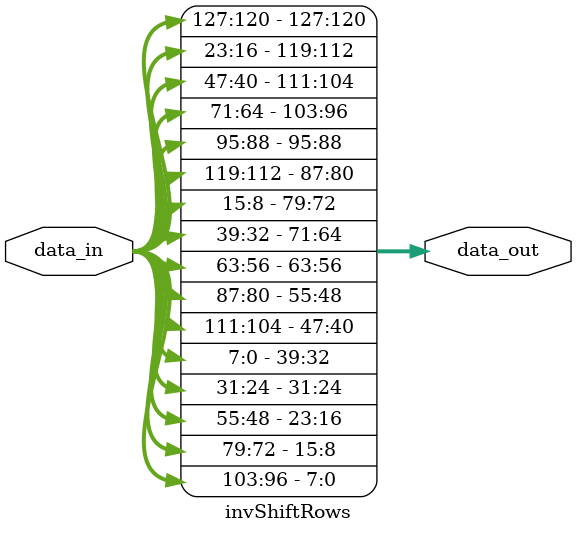
<source format=sv>
module invShiftRows(
	input wire [127:0] data_in,
	output wire [127:0] data_out
);
/*
	
	assign data_out[7:0] = data_in[7:0]; //0
	assign data_out[15:8] = data_in[111:104];//1
	assign data_out[23:16] = data_in[87:80]; //2
	assign data_out[31:24] = data_in[63:56];//3
	assign data_out[39:32] = data_in[39:32];//4
	assign data_out[47:40] = data_in[15:8];//5
	assign data_out[55:48] = data_in[119:112]; //6
	assign data_out[63:56] = data_in[95:88];//7
	assign data_out[71:64] = data_in[71:64]; //8
	assign data_out[79:72] = data_in[47:40];//9
	assign data_out[87:80] = data_in[23:16]; //10
	assign data_out[95:88] = data_in[127:120];//11
	assign data_out[103:96] = data_in[103:96]; //12
	assign data_out[111:104] = data_in[79:72];//13
	assign data_out[119:112] = data_in[55:48]; //14
	assign data_out[127:120] = data_in[31:24];//15
*/
	assign data_out = {
	data_in[127:120],data_in[23:16],data_in[47:40],data_in[71:64],
	data_in[95:88],data_in[119:112],data_in[15:8],data_in[39:32],
	data_in[63:56],data_in[87:80],data_in[111:104],data_in[7:0],
	data_in[31:24],data_in[55:48],data_in[79:72],data_in[103:96] };
endmodule

</source>
